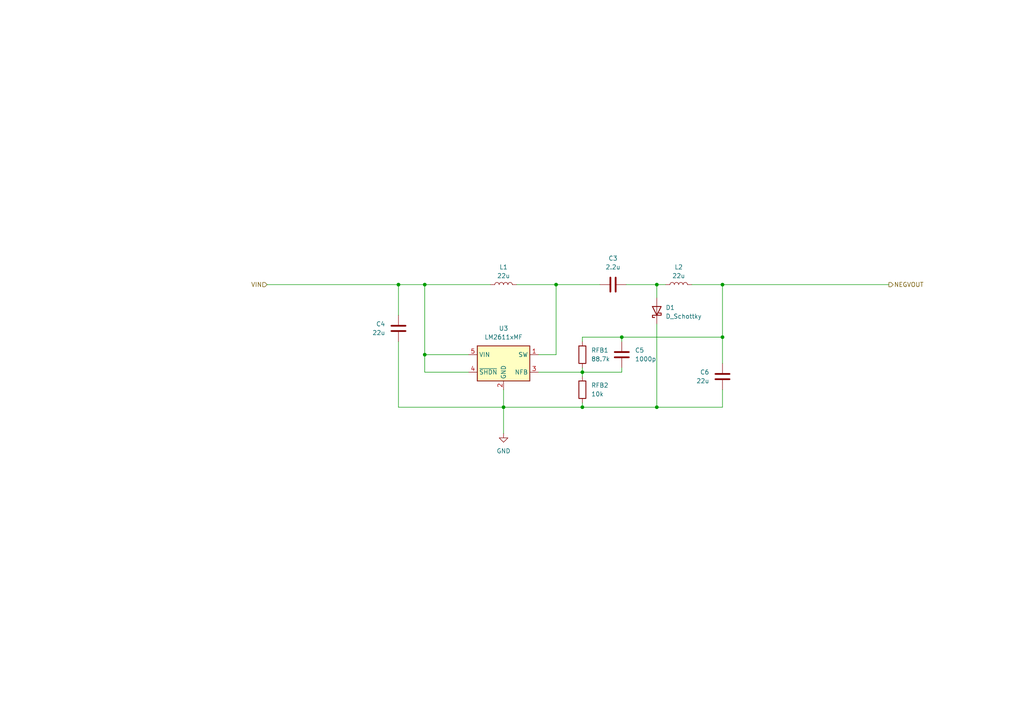
<source format=kicad_sch>
(kicad_sch (version 20230121) (generator eeschema)
  (paper "A4")
  (lib_symbols
    (symbol "Device:C" (pin_numbers hide) (pin_names (offset 0.254))
      (property "Reference" "C" (at 0.635 2.54 0))
      (property "Value" "C" (at 0.635 -2.54 0))
      (symbol "C_0_1"
        (polyline (pts (xy -2.032 -0.762) (xy 2.032 -0.762)) (stroke (width 0.508)))
        (polyline (pts (xy -2.032 0.762) (xy 2.032 0.762)) (stroke (width 0.508)))
      )
      (symbol "C_1_1"
        (pin passive line (at 0 3.81 270) (length 2.794) (name "~") (number "1"))
        (pin passive line (at 0 -3.81 90) (length 2.794) (name "~") (number "2"))
      )
    )
    (symbol "Device:D_Schottky" (pin_numbers hide) (pin_names (offset 1.016) hide)
      (property "Reference" "D" (at 0 2.54 0))
      (property "Value" "D_Schottky" (at 0 -2.54 0))
      (symbol "D_Schottky_0_1"
        (polyline (pts (xy 1.27 0) (xy -1.27 0)))
        (polyline (pts (xy 1.27 1.27) (xy 1.27 -1.27) (xy -1.27 0) (xy 1.27 1.27)) (stroke (width 0.254)))
        (polyline (pts (xy -1.905 0.635) (xy -1.905 1.27) (xy -1.27 1.27) (xy -1.27 -1.27) (xy -0.635 -1.27) (xy -0.635 -0.635)) (stroke (width 0.254)))
      )
      (symbol "D_Schottky_1_1"
        (pin passive line (at -3.81 0 0) (length 2.54) (name "K") (number "1"))
        (pin passive line (at 3.81 0 180) (length 2.54) (name "A") (number "2"))
      )
    )
    (symbol "Device:L" (pin_numbers hide) (pin_names (offset 1.016) hide)
      (property "Reference" "L" (at -1.27 0 90))
      (property "Value" "L" (at 1.905 0 90))
      (symbol "L_0_1"
        (arc (start 0 -2.54) (mid 0.6323 -1.905) (end 0 -1.27))
        (arc (start 0 -1.27) (mid 0.6323 -0.635) (end 0 0))
        (arc (start 0 0) (mid 0.6323 0.635) (end 0 1.27))
        (arc (start 0 1.27) (mid 0.6323 1.905) (end 0 2.54))
      )
      (symbol "L_1_1"
        (pin passive line (at 0 3.81 270) (length 1.27) (name "1") (number "1"))
        (pin passive line (at 0 -3.81 90) (length 1.27) (name "2") (number "2"))
      )
    )
    (symbol "Device:R" (pin_numbers hide) (pin_names (offset 0))
      (property "Reference" "R" (at 2.032 0 90))
      (property "Value" "R" (at 0 0 90))
      (symbol "R_0_1"
        (rectangle (start -1.016 -2.54) (end 1.016 2.54) (stroke (width 0.254)))
      )
      (symbol "R_1_1"
        (pin passive line (at 0 3.81 270) (length 1.27) (name "~") (number "1"))
        (pin passive line (at 0 -3.81 90) (length 1.27) (name "~") (number "2"))
      )
    )
    (symbol "Regulator_Switching:LM2611xMF"
      (property "Reference" "U" (at -7.62 6.35 0))
      (property "Value" "LM2611xMF" (at 7.62 6.35 0))
      (symbol "LM2611xMF_0_1"
        (rectangle (start -7.62 5.08) (end 7.62 -5.08) (stroke (width 0.254)) (fill (type background)))
      )
      (symbol "LM2611xMF_1_1"
        (pin open_collector line (at 10.16 2.54 180) (length 2.54) (name "SW") (number "1"))
        (pin power_in line (at 0 -7.62 90) (length 2.54) (name "GND") (number "2"))
        (pin input line (at 10.16 -2.54 180) (length 2.54) (name "NFB") (number "3"))
        (pin input line (at -10.16 -2.54 0) (length 2.54) (name "~{SHDN}") (number "4"))
        (pin power_in line (at -10.16 2.54 0) (length 2.54) (name "VIN") (number "5"))
      )
    )
    (symbol "power:GND" (power) (pin_names (offset 0))
      (property "Value" "GND" (at 0 -3.81 0))
      (symbol "GND_0_1"
        (polyline (pts (xy 0 0) (xy 0 -1.27) (xy 1.27 -1.27) (xy 0 -2.54) (xy -1.27 -1.27) (xy 0 -1.27)))
      )
      (symbol "GND_1_1"
        (pin power_in line (at 0 0 270) (length 0) hide (name "GND") (number "1"))
      )
    )
  )
  (junction (at 209.55 82.55))
  (junction (at 115.57 82.55))
  (junction (at 180.34 97.79))
  (junction (at 168.91 107.95))
  (junction (at 146.05 118.11))
  (junction (at 123.19 82.55))
  (junction (at 190.5 118.11))
  (junction (at 168.91 118.11))
  (junction (at 123.19 102.87))
  (junction (at 190.5 82.55))
  (junction (at 161.29 82.55))
  (junction (at 209.55 97.79))
  (wire (pts (xy 190.5 82.55) (xy 190.5 86.36)))
  (wire (pts (xy 156.21 107.95) (xy 168.91 107.95)))
  (wire (pts (xy 180.34 97.79) (xy 209.55 97.79)))
  (wire (pts (xy 146.05 118.11) (xy 168.91 118.11)))
  (wire (pts (xy 161.29 82.55) (xy 161.29 102.87)))
  (wire (pts (xy 168.91 116.84) (xy 168.91 118.11)))
  (wire (pts (xy 146.05 113.03) (xy 146.05 118.11)))
  (wire (pts (xy 190.5 82.55) (xy 193.04 82.55)))
  (wire (pts (xy 190.5 93.98) (xy 190.5 118.11)))
  (wire (pts (xy 156.21 102.87) (xy 161.29 102.87)))
  (wire (pts (xy 180.34 97.79) (xy 180.34 99.06)))
  (wire (pts (xy 168.91 118.11) (xy 190.5 118.11)))
  (wire (pts (xy 115.57 118.11) (xy 146.05 118.11)))
  (wire (pts (xy 168.91 97.79) (xy 180.34 97.79)))
  (wire (pts (xy 123.19 107.95) (xy 135.89 107.95)))
  (wire (pts (xy 161.29 82.55) (xy 173.99 82.55)))
  (wire (pts (xy 168.91 107.95) (xy 168.91 109.22)))
  (wire (pts (xy 123.19 82.55) (xy 123.19 102.87)))
  (wire (pts (xy 168.91 97.79) (xy 168.91 99.06)))
  (wire (pts (xy 115.57 99.06) (xy 115.57 118.11)))
  (wire (pts (xy 123.19 102.87) (xy 135.89 102.87)))
  (wire (pts (xy 209.55 82.55) (xy 209.55 97.79)))
  (wire (pts (xy 200.66 82.55) (xy 209.55 82.55)))
  (wire (pts (xy 168.91 107.95) (xy 180.34 107.95)))
  (wire (pts (xy 77.47 82.55) (xy 115.57 82.55)))
  (wire (pts (xy 181.61 82.55) (xy 190.5 82.55)))
  (wire (pts (xy 146.05 118.11) (xy 146.05 125.73)))
  (wire (pts (xy 115.57 82.55) (xy 115.57 91.44)))
  (wire (pts (xy 209.55 82.55) (xy 257.81 82.55)))
  (wire (pts (xy 209.55 97.79) (xy 209.55 105.41)))
  (wire (pts (xy 115.57 82.55) (xy 123.19 82.55)))
  (wire (pts (xy 180.34 106.68) (xy 180.34 107.95)))
  (wire (pts (xy 123.19 82.55) (xy 142.24 82.55)))
  (wire (pts (xy 149.86 82.55) (xy 161.29 82.55)))
  (wire (pts (xy 168.91 106.68) (xy 168.91 107.95)))
  (wire (pts (xy 190.5 118.11) (xy 209.55 118.11)))
  (wire (pts (xy 123.19 102.87) (xy 123.19 107.95)))
  (wire (pts (xy 209.55 113.03) (xy 209.55 118.11)))
  (hierarchical_label "NEGVOUT" (shape output) (at 257.81 82.55 0))
  (hierarchical_label "VIN" (shape input) (at 77.47 82.55 180))
  (symbol (lib_id "power:GND") (at 146.05 125.73 0) (unit 1)
    (property "Reference" "#PWR06" (effects hide))
    (property "Value" "GND" (at 146.05 130.81 0))
  )
  (symbol (lib_id "Device:L") (at 196.85 82.55 90) (unit 1)
    (property "Reference" "L2" (at 196.85 77.47 90))
    (property "Value" "22u" (at 196.85 80.01 90))
  )
  (symbol (lib_id "Device:C") (at 115.57 95.25 0) (mirror x) (unit 1)
    (property "Reference" "C4" (at 111.76 93.98 0) (effects (justify right)))
    (property "Value" "22u" (at 111.76 96.52 0) (effects (justify right)))
  )
  (symbol (lib_id "Device:D_Schottky") (at 190.5 90.17 90) (unit 1)
    (property "Reference" "D1" (at 193.04 89.2175 90) (effects (justify right)))
    (property "Value" "D_Schottky" (at 193.04 91.7575 90) (effects (justify right)))
  )
  (symbol (lib_id "Device:C") (at 177.8 82.55 90) (unit 1)
    (property "Reference" "C3" (at 177.8 74.93 90))
    (property "Value" "2.2u" (at 177.8 77.47 90))
  )
  (symbol (lib_id "Device:C") (at 209.55 109.22 0) (mirror x) (unit 1)
    (property "Reference" "C6" (at 205.74 107.95 0) (effects (justify right)))
    (property "Value" "22u" (at 205.74 110.49 0) (effects (justify right)))
  )
  (symbol (lib_id "Device:R") (at 168.91 113.03 0) (unit 1)
    (property "Reference" "RFB2" (at 171.45 111.76 0) (effects (justify left)))
    (property "Value" "10k" (at 171.45 114.3 0) (effects (justify left)))
  )
  (symbol (lib_id "Device:C") (at 180.34 102.87 180) (unit 1)
    (property "Reference" "C5" (at 184.15 101.6 0) (effects (justify right)))
    (property "Value" "1000p" (at 184.15 104.14 0) (effects (justify right)))
  )
  (symbol (lib_id "Regulator_Switching:LM2611xMF") (at 146.05 105.41 0) (unit 1)
    (property "Reference" "U3" (at 146.05 95.25 0))
    (property "Value" "LM2611xMF" (at 146.05 97.79 0))
    (property "Footprint" "Package_TO_SOT_SMD:SOT-23-5" (effects hide))
    (property "Datasheet" "https://www.ti.com/lit/ds/symlink/lm2611.pdf" (effects hide))
    (instances (project "Tiny4xPoweredStereoMixer" (path "" (reference "U3") (unit 1)) (path "" (reference "U2") (unit 1))))
  )
  (symbol (lib_id "Device:L") (at 146.05 82.55 90) (unit 1)
    (property "Reference" "L1" (at 146.05 77.47 90))
    (property "Value" "22u" (at 146.05 80.01 90))
  )
  (symbol (lib_id "Device:R") (at 168.91 102.87 0) (unit 1)
    (property "Reference" "RFB1" (at 171.45 101.6 0) (effects (justify left)))
    (property "Value" "88.7k" (at 171.45 104.14 0) (effects (justify left)))
  )
)
</source>
